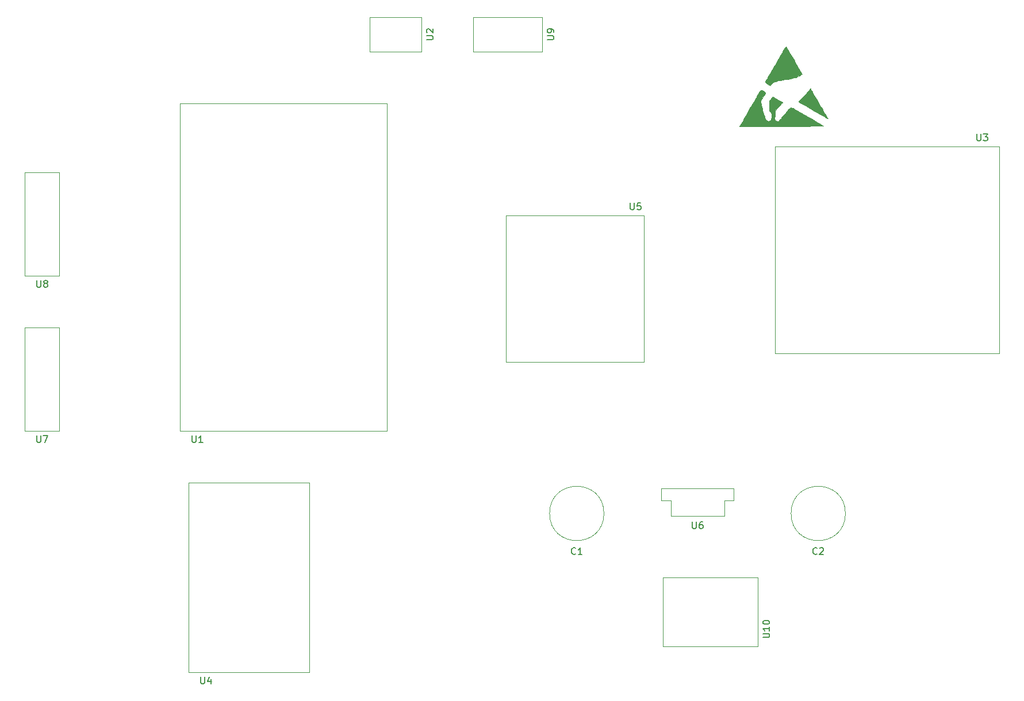
<source format=gbr>
%TF.GenerationSoftware,KiCad,Pcbnew,(5.1.6)-1*%
%TF.CreationDate,2020-07-01T11:51:41-05:00*%
%TF.ProjectId,Covid,436f7669-642e-46b6-9963-61645f706362,rev?*%
%TF.SameCoordinates,Original*%
%TF.FileFunction,Legend,Top*%
%TF.FilePolarity,Positive*%
%FSLAX46Y46*%
G04 Gerber Fmt 4.6, Leading zero omitted, Abs format (unit mm)*
G04 Created by KiCad (PCBNEW (5.1.6)-1) date 2020-07-01 11:51:41*
%MOMM*%
%LPD*%
G01*
G04 APERTURE LIST*
%ADD10C,0.120000*%
%ADD11C,0.010000*%
%ADD12C,0.150000*%
G04 APERTURE END LIST*
D10*
%TO.C,U3*%
X148590000Y-62230000D02*
X148590000Y-87630000D01*
X148590000Y-87630000D02*
X148590000Y-92710000D01*
X148590000Y-92710000D02*
X181610000Y-92710000D01*
X181610000Y-92710000D02*
X181610000Y-62230000D01*
X181610000Y-62230000D02*
X148590000Y-62230000D01*
D11*
%TO.C,REF\u002A\u002A*%
G36*
X150188085Y-47511671D02*
G01*
X150234129Y-47586491D01*
X150305067Y-47705028D01*
X150397991Y-47862237D01*
X150509992Y-48053076D01*
X150638162Y-48272501D01*
X150779592Y-48515469D01*
X150931373Y-48776937D01*
X151090597Y-49051860D01*
X151254356Y-49335197D01*
X151419740Y-49621902D01*
X151583842Y-49906934D01*
X151743752Y-50185248D01*
X151896562Y-50451802D01*
X152039363Y-50701552D01*
X152169247Y-50929455D01*
X152283305Y-51130466D01*
X152378629Y-51299544D01*
X152452310Y-51431645D01*
X152501439Y-51521724D01*
X152523108Y-51564740D01*
X152523902Y-51567429D01*
X152497002Y-51603930D01*
X152422227Y-51659764D01*
X152308470Y-51729450D01*
X152164623Y-51807509D01*
X152014029Y-51881687D01*
X151809119Y-51971635D01*
X151593633Y-52052453D01*
X151360146Y-52125938D01*
X151101236Y-52193884D01*
X150809479Y-52258088D01*
X150477451Y-52320346D01*
X150097731Y-52382454D01*
X149704937Y-52440290D01*
X149363668Y-52491600D01*
X149077090Y-52542397D01*
X148838015Y-52595204D01*
X148639259Y-52652546D01*
X148473635Y-52716947D01*
X148333956Y-52790931D01*
X148213036Y-52877024D01*
X148103689Y-52977750D01*
X148068428Y-53015167D01*
X147992000Y-53102279D01*
X147935463Y-53173364D01*
X147909235Y-53215167D01*
X147908536Y-53218594D01*
X147899360Y-53239612D01*
X147867515Y-53239849D01*
X147806531Y-53216509D01*
X147709935Y-53166793D01*
X147571254Y-53087905D01*
X147474878Y-53031175D01*
X147331166Y-52942494D01*
X147219483Y-52866559D01*
X147147334Y-52808832D01*
X147122226Y-52774776D01*
X147122241Y-52774529D01*
X147137811Y-52742075D01*
X147181783Y-52660800D01*
X147251605Y-52535134D01*
X147344725Y-52369505D01*
X147458589Y-52168344D01*
X147590646Y-51936080D01*
X147738343Y-51677143D01*
X147899128Y-51395961D01*
X148070448Y-51096965D01*
X148249751Y-50784584D01*
X148434485Y-50463248D01*
X148622098Y-50137386D01*
X148810036Y-49811427D01*
X148995747Y-49489801D01*
X149176680Y-49176937D01*
X149350281Y-48877266D01*
X149513999Y-48595216D01*
X149665281Y-48335218D01*
X149801574Y-48101699D01*
X149920326Y-47899091D01*
X150018985Y-47731823D01*
X150094999Y-47604324D01*
X150145814Y-47521023D01*
X150168879Y-47486350D01*
X150169845Y-47485610D01*
X150188085Y-47511671D01*
G37*
X150188085Y-47511671D02*
X150234129Y-47586491D01*
X150305067Y-47705028D01*
X150397991Y-47862237D01*
X150509992Y-48053076D01*
X150638162Y-48272501D01*
X150779592Y-48515469D01*
X150931373Y-48776937D01*
X151090597Y-49051860D01*
X151254356Y-49335197D01*
X151419740Y-49621902D01*
X151583842Y-49906934D01*
X151743752Y-50185248D01*
X151896562Y-50451802D01*
X152039363Y-50701552D01*
X152169247Y-50929455D01*
X152283305Y-51130466D01*
X152378629Y-51299544D01*
X152452310Y-51431645D01*
X152501439Y-51521724D01*
X152523108Y-51564740D01*
X152523902Y-51567429D01*
X152497002Y-51603930D01*
X152422227Y-51659764D01*
X152308470Y-51729450D01*
X152164623Y-51807509D01*
X152014029Y-51881687D01*
X151809119Y-51971635D01*
X151593633Y-52052453D01*
X151360146Y-52125938D01*
X151101236Y-52193884D01*
X150809479Y-52258088D01*
X150477451Y-52320346D01*
X150097731Y-52382454D01*
X149704937Y-52440290D01*
X149363668Y-52491600D01*
X149077090Y-52542397D01*
X148838015Y-52595204D01*
X148639259Y-52652546D01*
X148473635Y-52716947D01*
X148333956Y-52790931D01*
X148213036Y-52877024D01*
X148103689Y-52977750D01*
X148068428Y-53015167D01*
X147992000Y-53102279D01*
X147935463Y-53173364D01*
X147909235Y-53215167D01*
X147908536Y-53218594D01*
X147899360Y-53239612D01*
X147867515Y-53239849D01*
X147806531Y-53216509D01*
X147709935Y-53166793D01*
X147571254Y-53087905D01*
X147474878Y-53031175D01*
X147331166Y-52942494D01*
X147219483Y-52866559D01*
X147147334Y-52808832D01*
X147122226Y-52774776D01*
X147122241Y-52774529D01*
X147137811Y-52742075D01*
X147181783Y-52660800D01*
X147251605Y-52535134D01*
X147344725Y-52369505D01*
X147458589Y-52168344D01*
X147590646Y-51936080D01*
X147738343Y-51677143D01*
X147899128Y-51395961D01*
X148070448Y-51096965D01*
X148249751Y-50784584D01*
X148434485Y-50463248D01*
X148622098Y-50137386D01*
X148810036Y-49811427D01*
X148995747Y-49489801D01*
X149176680Y-49176937D01*
X149350281Y-48877266D01*
X149513999Y-48595216D01*
X149665281Y-48335218D01*
X149801574Y-48101699D01*
X149920326Y-47899091D01*
X150018985Y-47731823D01*
X150094999Y-47604324D01*
X150145814Y-47521023D01*
X150168879Y-47486350D01*
X150169845Y-47485610D01*
X150188085Y-47511671D01*
G36*
X153835056Y-53809238D02*
G01*
X153857816Y-53847386D01*
X153908975Y-53934843D01*
X153986004Y-54067238D01*
X154086372Y-54240204D01*
X154207549Y-54449370D01*
X154347006Y-54690367D01*
X154502213Y-54958824D01*
X154670640Y-55250374D01*
X154849757Y-55560646D01*
X155033995Y-55880000D01*
X155222152Y-56206235D01*
X155402803Y-56519418D01*
X155573330Y-56815012D01*
X155731114Y-57088480D01*
X155873538Y-57335284D01*
X155997981Y-57550889D01*
X156101826Y-57730755D01*
X156182455Y-57870347D01*
X156237248Y-57965128D01*
X156263013Y-58009573D01*
X156305014Y-58084661D01*
X156327850Y-58131663D01*
X156329102Y-58139841D01*
X156301272Y-58124484D01*
X156223881Y-58080407D01*
X156100973Y-58009942D01*
X155936595Y-57915422D01*
X155734792Y-57799178D01*
X155499609Y-57663542D01*
X155235091Y-57510848D01*
X154945284Y-57343428D01*
X154634233Y-57163613D01*
X154305984Y-56973735D01*
X154181097Y-56901464D01*
X153846974Y-56708167D01*
X153528147Y-56523877D01*
X153228709Y-56350950D01*
X152952752Y-56191743D01*
X152704370Y-56048610D01*
X152487653Y-55923910D01*
X152306696Y-55819996D01*
X152165591Y-55739227D01*
X152068430Y-55683957D01*
X152019307Y-55656544D01*
X152014170Y-55653948D01*
X152029138Y-55630441D01*
X152081227Y-55567591D01*
X152165117Y-55471188D01*
X152275492Y-55347020D01*
X152407034Y-55200879D01*
X152554424Y-55038553D01*
X152712345Y-54865832D01*
X152875479Y-54688506D01*
X153038508Y-54512365D01*
X153196114Y-54343198D01*
X153342979Y-54186795D01*
X153473786Y-54048945D01*
X153583216Y-53935439D01*
X153665953Y-53852065D01*
X153694328Y-53824726D01*
X153788359Y-53736403D01*
X153835056Y-53809238D01*
G37*
X153835056Y-53809238D02*
X153857816Y-53847386D01*
X153908975Y-53934843D01*
X153986004Y-54067238D01*
X154086372Y-54240204D01*
X154207549Y-54449370D01*
X154347006Y-54690367D01*
X154502213Y-54958824D01*
X154670640Y-55250374D01*
X154849757Y-55560646D01*
X155033995Y-55880000D01*
X155222152Y-56206235D01*
X155402803Y-56519418D01*
X155573330Y-56815012D01*
X155731114Y-57088480D01*
X155873538Y-57335284D01*
X155997981Y-57550889D01*
X156101826Y-57730755D01*
X156182455Y-57870347D01*
X156237248Y-57965128D01*
X156263013Y-58009573D01*
X156305014Y-58084661D01*
X156327850Y-58131663D01*
X156329102Y-58139841D01*
X156301272Y-58124484D01*
X156223881Y-58080407D01*
X156100973Y-58009942D01*
X155936595Y-57915422D01*
X155734792Y-57799178D01*
X155499609Y-57663542D01*
X155235091Y-57510848D01*
X154945284Y-57343428D01*
X154634233Y-57163613D01*
X154305984Y-56973735D01*
X154181097Y-56901464D01*
X153846974Y-56708167D01*
X153528147Y-56523877D01*
X153228709Y-56350950D01*
X152952752Y-56191743D01*
X152704370Y-56048610D01*
X152487653Y-55923910D01*
X152306696Y-55819996D01*
X152165591Y-55739227D01*
X152068430Y-55683957D01*
X152019307Y-55656544D01*
X152014170Y-55653948D01*
X152029138Y-55630441D01*
X152081227Y-55567591D01*
X152165117Y-55471188D01*
X152275492Y-55347020D01*
X152407034Y-55200879D01*
X152554424Y-55038553D01*
X152712345Y-54865832D01*
X152875479Y-54688506D01*
X153038508Y-54512365D01*
X153196114Y-54343198D01*
X153342979Y-54186795D01*
X153473786Y-54048945D01*
X153583216Y-53935439D01*
X153665953Y-53852065D01*
X153694328Y-53824726D01*
X153788359Y-53736403D01*
X153835056Y-53809238D01*
G36*
X146504187Y-53922317D02*
G01*
X146569237Y-53947473D01*
X146668385Y-53997425D01*
X146810747Y-54075752D01*
X146821832Y-54081977D01*
X146952947Y-54156952D01*
X147063596Y-54222638D01*
X147142910Y-54272410D01*
X147180023Y-54299641D01*
X147181061Y-54300974D01*
X147172096Y-54338780D01*
X147130971Y-54423210D01*
X147060366Y-54549665D01*
X146962960Y-54713544D01*
X146841435Y-54910245D01*
X146698471Y-55135170D01*
X146662890Y-55190331D01*
X146570186Y-55343398D01*
X146502683Y-55475112D01*
X146466305Y-55573565D01*
X146462572Y-55593014D01*
X146464229Y-55678624D01*
X146482788Y-55814418D01*
X146515936Y-55991687D01*
X146561360Y-56201719D01*
X146616746Y-56435804D01*
X146679780Y-56685232D01*
X146748150Y-56941290D01*
X146819542Y-57195269D01*
X146891641Y-57438457D01*
X146962136Y-57662145D01*
X147028712Y-57857621D01*
X147089055Y-58016174D01*
X147131121Y-58110244D01*
X147180673Y-58210451D01*
X147227460Y-58306337D01*
X147229993Y-58311586D01*
X147307397Y-58408440D01*
X147420368Y-58473656D01*
X147551878Y-58504909D01*
X147684901Y-58499875D01*
X147802410Y-58456228D01*
X147868516Y-58398764D01*
X147963718Y-58241166D01*
X148033478Y-58044756D01*
X148071753Y-57829559D01*
X148077176Y-57707561D01*
X148055339Y-57479870D01*
X147991247Y-57291320D01*
X147881451Y-57132759D01*
X147847213Y-57097467D01*
X147745322Y-56998470D01*
X147731328Y-55598978D01*
X147909635Y-55329062D01*
X147993307Y-55206891D01*
X148073889Y-55096987D01*
X148139885Y-55014673D01*
X148168252Y-54984384D01*
X148248562Y-54909621D01*
X148357330Y-54968196D01*
X148426077Y-55010168D01*
X148463692Y-55042756D01*
X148466097Y-55048615D01*
X148491806Y-55073456D01*
X148535792Y-55091954D01*
X148578299Y-55108626D01*
X148643387Y-55140299D01*
X148736644Y-55190066D01*
X148863658Y-55261018D01*
X149030016Y-55356247D01*
X149241305Y-55478844D01*
X149356124Y-55545864D01*
X149491187Y-55626143D01*
X149579770Y-55683319D01*
X149629710Y-55724078D01*
X149648846Y-55755107D01*
X149645016Y-55783092D01*
X149641822Y-55789593D01*
X149610752Y-55830533D01*
X149544271Y-55907330D01*
X149450124Y-56011393D01*
X149336056Y-56134132D01*
X149237400Y-56238180D01*
X149010059Y-56485134D01*
X148832210Y-56699183D01*
X148702267Y-56882480D01*
X148618642Y-57037176D01*
X148590434Y-57115732D01*
X148578783Y-57184498D01*
X148566749Y-57301799D01*
X148555391Y-57454234D01*
X148545767Y-57628404D01*
X148541238Y-57738537D01*
X148534918Y-57928929D01*
X148532137Y-58068124D01*
X148533715Y-58166819D01*
X148540469Y-58235708D01*
X148553216Y-58285487D01*
X148572773Y-58326850D01*
X148588134Y-58352106D01*
X148676842Y-58449453D01*
X148791147Y-58517291D01*
X148911416Y-58546876D01*
X149001545Y-58536172D01*
X149083152Y-58489861D01*
X149185447Y-58406924D01*
X149294083Y-58301825D01*
X149394713Y-58189032D01*
X149472988Y-58083010D01*
X149501809Y-58031778D01*
X149544982Y-57961628D01*
X149623505Y-57854778D01*
X149730203Y-57719578D01*
X149857903Y-57564381D01*
X149999429Y-57397536D01*
X150147607Y-57227396D01*
X150295263Y-57062311D01*
X150435222Y-56910633D01*
X150560310Y-56780713D01*
X150658520Y-56685339D01*
X150767557Y-56590065D01*
X150859284Y-56519817D01*
X150923621Y-56481898D01*
X150944978Y-56477729D01*
X150977706Y-56494548D01*
X151059341Y-56539692D01*
X151185172Y-56610449D01*
X151350488Y-56704109D01*
X151550578Y-56817962D01*
X151780732Y-56949298D01*
X152036238Y-57095406D01*
X152312387Y-57253576D01*
X152604467Y-57421097D01*
X152907768Y-57595259D01*
X153217579Y-57773352D01*
X153529189Y-57952665D01*
X153837888Y-58130487D01*
X154138964Y-58304109D01*
X154427708Y-58470819D01*
X154699408Y-58627908D01*
X154949354Y-58772666D01*
X155172834Y-58902380D01*
X155365139Y-59014342D01*
X155521557Y-59105841D01*
X155637378Y-59174167D01*
X155707891Y-59216608D01*
X155728329Y-59229927D01*
X155700803Y-59232560D01*
X155614208Y-59235118D01*
X155471428Y-59237592D01*
X155275346Y-59239966D01*
X155028844Y-59242231D01*
X154734806Y-59244373D01*
X154396114Y-59246379D01*
X154015652Y-59248238D01*
X153596301Y-59249937D01*
X153140946Y-59251464D01*
X152652469Y-59252807D01*
X152133753Y-59253952D01*
X151587681Y-59254889D01*
X151017136Y-59255604D01*
X150425000Y-59256085D01*
X149814157Y-59256319D01*
X149557848Y-59256342D01*
X143357939Y-59256342D01*
X143800106Y-58489695D01*
X143893711Y-58327360D01*
X144014204Y-58118332D01*
X144157556Y-57869603D01*
X144319738Y-57588164D01*
X144496723Y-57281007D01*
X144684480Y-56955125D01*
X144878982Y-56617509D01*
X145076200Y-56275151D01*
X145272105Y-55935043D01*
X145321649Y-55849025D01*
X145502304Y-55535715D01*
X145674578Y-55237606D01*
X145835884Y-54959136D01*
X145983632Y-54704743D01*
X146115233Y-54478864D01*
X146228099Y-54285937D01*
X146319641Y-54130401D01*
X146387270Y-54016692D01*
X146428396Y-53949250D01*
X146439905Y-53932080D01*
X146464115Y-53918379D01*
X146504187Y-53922317D01*
G37*
X146504187Y-53922317D02*
X146569237Y-53947473D01*
X146668385Y-53997425D01*
X146810747Y-54075752D01*
X146821832Y-54081977D01*
X146952947Y-54156952D01*
X147063596Y-54222638D01*
X147142910Y-54272410D01*
X147180023Y-54299641D01*
X147181061Y-54300974D01*
X147172096Y-54338780D01*
X147130971Y-54423210D01*
X147060366Y-54549665D01*
X146962960Y-54713544D01*
X146841435Y-54910245D01*
X146698471Y-55135170D01*
X146662890Y-55190331D01*
X146570186Y-55343398D01*
X146502683Y-55475112D01*
X146466305Y-55573565D01*
X146462572Y-55593014D01*
X146464229Y-55678624D01*
X146482788Y-55814418D01*
X146515936Y-55991687D01*
X146561360Y-56201719D01*
X146616746Y-56435804D01*
X146679780Y-56685232D01*
X146748150Y-56941290D01*
X146819542Y-57195269D01*
X146891641Y-57438457D01*
X146962136Y-57662145D01*
X147028712Y-57857621D01*
X147089055Y-58016174D01*
X147131121Y-58110244D01*
X147180673Y-58210451D01*
X147227460Y-58306337D01*
X147229993Y-58311586D01*
X147307397Y-58408440D01*
X147420368Y-58473656D01*
X147551878Y-58504909D01*
X147684901Y-58499875D01*
X147802410Y-58456228D01*
X147868516Y-58398764D01*
X147963718Y-58241166D01*
X148033478Y-58044756D01*
X148071753Y-57829559D01*
X148077176Y-57707561D01*
X148055339Y-57479870D01*
X147991247Y-57291320D01*
X147881451Y-57132759D01*
X147847213Y-57097467D01*
X147745322Y-56998470D01*
X147731328Y-55598978D01*
X147909635Y-55329062D01*
X147993307Y-55206891D01*
X148073889Y-55096987D01*
X148139885Y-55014673D01*
X148168252Y-54984384D01*
X148248562Y-54909621D01*
X148357330Y-54968196D01*
X148426077Y-55010168D01*
X148463692Y-55042756D01*
X148466097Y-55048615D01*
X148491806Y-55073456D01*
X148535792Y-55091954D01*
X148578299Y-55108626D01*
X148643387Y-55140299D01*
X148736644Y-55190066D01*
X148863658Y-55261018D01*
X149030016Y-55356247D01*
X149241305Y-55478844D01*
X149356124Y-55545864D01*
X149491187Y-55626143D01*
X149579770Y-55683319D01*
X149629710Y-55724078D01*
X149648846Y-55755107D01*
X149645016Y-55783092D01*
X149641822Y-55789593D01*
X149610752Y-55830533D01*
X149544271Y-55907330D01*
X149450124Y-56011393D01*
X149336056Y-56134132D01*
X149237400Y-56238180D01*
X149010059Y-56485134D01*
X148832210Y-56699183D01*
X148702267Y-56882480D01*
X148618642Y-57037176D01*
X148590434Y-57115732D01*
X148578783Y-57184498D01*
X148566749Y-57301799D01*
X148555391Y-57454234D01*
X148545767Y-57628404D01*
X148541238Y-57738537D01*
X148534918Y-57928929D01*
X148532137Y-58068124D01*
X148533715Y-58166819D01*
X148540469Y-58235708D01*
X148553216Y-58285487D01*
X148572773Y-58326850D01*
X148588134Y-58352106D01*
X148676842Y-58449453D01*
X148791147Y-58517291D01*
X148911416Y-58546876D01*
X149001545Y-58536172D01*
X149083152Y-58489861D01*
X149185447Y-58406924D01*
X149294083Y-58301825D01*
X149394713Y-58189032D01*
X149472988Y-58083010D01*
X149501809Y-58031778D01*
X149544982Y-57961628D01*
X149623505Y-57854778D01*
X149730203Y-57719578D01*
X149857903Y-57564381D01*
X149999429Y-57397536D01*
X150147607Y-57227396D01*
X150295263Y-57062311D01*
X150435222Y-56910633D01*
X150560310Y-56780713D01*
X150658520Y-56685339D01*
X150767557Y-56590065D01*
X150859284Y-56519817D01*
X150923621Y-56481898D01*
X150944978Y-56477729D01*
X150977706Y-56494548D01*
X151059341Y-56539692D01*
X151185172Y-56610449D01*
X151350488Y-56704109D01*
X151550578Y-56817962D01*
X151780732Y-56949298D01*
X152036238Y-57095406D01*
X152312387Y-57253576D01*
X152604467Y-57421097D01*
X152907768Y-57595259D01*
X153217579Y-57773352D01*
X153529189Y-57952665D01*
X153837888Y-58130487D01*
X154138964Y-58304109D01*
X154427708Y-58470819D01*
X154699408Y-58627908D01*
X154949354Y-58772666D01*
X155172834Y-58902380D01*
X155365139Y-59014342D01*
X155521557Y-59105841D01*
X155637378Y-59174167D01*
X155707891Y-59216608D01*
X155728329Y-59229927D01*
X155700803Y-59232560D01*
X155614208Y-59235118D01*
X155471428Y-59237592D01*
X155275346Y-59239966D01*
X155028844Y-59242231D01*
X154734806Y-59244373D01*
X154396114Y-59246379D01*
X154015652Y-59248238D01*
X153596301Y-59249937D01*
X153140946Y-59251464D01*
X152652469Y-59252807D01*
X152133753Y-59253952D01*
X151587681Y-59254889D01*
X151017136Y-59255604D01*
X150425000Y-59256085D01*
X149814157Y-59256319D01*
X149557848Y-59256342D01*
X143357939Y-59256342D01*
X143800106Y-58489695D01*
X143893711Y-58327360D01*
X144014204Y-58118332D01*
X144157556Y-57869603D01*
X144319738Y-57588164D01*
X144496723Y-57281007D01*
X144684480Y-56955125D01*
X144878982Y-56617509D01*
X145076200Y-56275151D01*
X145272105Y-55935043D01*
X145321649Y-55849025D01*
X145502304Y-55535715D01*
X145674578Y-55237606D01*
X145835884Y-54959136D01*
X145983632Y-54704743D01*
X146115233Y-54478864D01*
X146228099Y-54285937D01*
X146319641Y-54130401D01*
X146387270Y-54016692D01*
X146428396Y-53949250D01*
X146439905Y-53932080D01*
X146464115Y-53918379D01*
X146504187Y-53922317D01*
D10*
%TO.C,U1*%
X60960000Y-55880000D02*
X91440000Y-55880000D01*
X91440000Y-55880000D02*
X91440000Y-104140000D01*
X91440000Y-104140000D02*
X60960000Y-104140000D01*
X60960000Y-104140000D02*
X60960000Y-55880000D01*
%TO.C,U2*%
X90170000Y-48260000D02*
X96520000Y-48260000D01*
X96520000Y-48260000D02*
X96520000Y-43180000D01*
X96520000Y-43180000D02*
X88900000Y-43180000D01*
X88900000Y-43180000D02*
X88900000Y-48260000D01*
X88900000Y-48260000D02*
X90170000Y-48260000D01*
%TO.C,U4*%
X62230000Y-111760000D02*
X80010000Y-111760000D01*
X80010000Y-111760000D02*
X80010000Y-139700000D01*
X80010000Y-139700000D02*
X62230000Y-139700000D01*
X62230000Y-139700000D02*
X62230000Y-111760000D01*
%TO.C,U5*%
X129300001Y-93980000D02*
X129300001Y-72390000D01*
X129300001Y-72390000D02*
X108980001Y-72390000D01*
X108980001Y-72390000D02*
X108980001Y-93980000D01*
X108980001Y-93980000D02*
X129300001Y-93980000D01*
%TO.C,U6*%
X131830000Y-112650000D02*
X131830000Y-114430000D01*
X142500000Y-112650000D02*
X131830000Y-112650000D01*
X142500000Y-114420000D02*
X142500000Y-112650000D01*
X142500000Y-114430000D02*
X141100000Y-114430000D01*
X141100000Y-114430000D02*
X141100000Y-116670000D01*
X141100000Y-116670000D02*
X133220000Y-116670000D01*
X133220000Y-116670000D02*
X133220000Y-114430000D01*
X133220000Y-114430000D02*
X131830000Y-114430000D01*
%TO.C,U7*%
X38100000Y-90170000D02*
X38100000Y-104140000D01*
X38100000Y-104140000D02*
X43180000Y-104140000D01*
X43180000Y-104140000D02*
X43180000Y-88900000D01*
X43180000Y-88900000D02*
X38100000Y-88900000D01*
X38100000Y-88900000D02*
X38100000Y-90170000D01*
%TO.C,U8*%
X38100000Y-66040000D02*
X38100000Y-67310000D01*
X43180000Y-66040000D02*
X38100000Y-66040000D01*
X43180000Y-81280000D02*
X43180000Y-66040000D01*
X38100000Y-81280000D02*
X43180000Y-81280000D01*
X38100000Y-67310000D02*
X38100000Y-81280000D01*
%TO.C,U9*%
X104140000Y-48260000D02*
X104140000Y-43180000D01*
X104140000Y-43180000D02*
X114300000Y-43180000D01*
X114300000Y-43180000D02*
X114300000Y-48260000D01*
X114300000Y-48260000D02*
X104140000Y-48260000D01*
%TO.C,U10*%
X132080000Y-135890000D02*
X132080000Y-125730000D01*
X132080000Y-125730000D02*
X146050000Y-125730000D01*
X146050000Y-125730000D02*
X146050000Y-135890000D01*
X146050000Y-135890000D02*
X132080000Y-135890000D01*
%TO.C,C1*%
X123381250Y-116320000D02*
G75*
G03*
X123381250Y-116320000I-4001250J0D01*
G01*
%TO.C,C2*%
X158941250Y-116320000D02*
G75*
G03*
X158941250Y-116320000I-4001250J0D01*
G01*
%TO.C,U3*%
D12*
X178308095Y-60412380D02*
X178308095Y-61221904D01*
X178355714Y-61317142D01*
X178403333Y-61364761D01*
X178498571Y-61412380D01*
X178689047Y-61412380D01*
X178784285Y-61364761D01*
X178831904Y-61317142D01*
X178879523Y-61221904D01*
X178879523Y-60412380D01*
X179260476Y-60412380D02*
X179879523Y-60412380D01*
X179546190Y-60793333D01*
X179689047Y-60793333D01*
X179784285Y-60840952D01*
X179831904Y-60888571D01*
X179879523Y-60983809D01*
X179879523Y-61221904D01*
X179831904Y-61317142D01*
X179784285Y-61364761D01*
X179689047Y-61412380D01*
X179403333Y-61412380D01*
X179308095Y-61364761D01*
X179260476Y-61317142D01*
%TO.C,U1*%
X62738095Y-104862380D02*
X62738095Y-105671904D01*
X62785714Y-105767142D01*
X62833333Y-105814761D01*
X62928571Y-105862380D01*
X63119047Y-105862380D01*
X63214285Y-105814761D01*
X63261904Y-105767142D01*
X63309523Y-105671904D01*
X63309523Y-104862380D01*
X64309523Y-105862380D02*
X63738095Y-105862380D01*
X64023809Y-105862380D02*
X64023809Y-104862380D01*
X63928571Y-105005238D01*
X63833333Y-105100476D01*
X63738095Y-105148095D01*
%TO.C,U2*%
X97242380Y-46481904D02*
X98051904Y-46481904D01*
X98147142Y-46434285D01*
X98194761Y-46386666D01*
X98242380Y-46291428D01*
X98242380Y-46100952D01*
X98194761Y-46005714D01*
X98147142Y-45958095D01*
X98051904Y-45910476D01*
X97242380Y-45910476D01*
X97337619Y-45481904D02*
X97290000Y-45434285D01*
X97242380Y-45339047D01*
X97242380Y-45100952D01*
X97290000Y-45005714D01*
X97337619Y-44958095D01*
X97432857Y-44910476D01*
X97528095Y-44910476D01*
X97670952Y-44958095D01*
X98242380Y-45529523D01*
X98242380Y-44910476D01*
%TO.C,U4*%
X64008095Y-140422380D02*
X64008095Y-141231904D01*
X64055714Y-141327142D01*
X64103333Y-141374761D01*
X64198571Y-141422380D01*
X64389047Y-141422380D01*
X64484285Y-141374761D01*
X64531904Y-141327142D01*
X64579523Y-141231904D01*
X64579523Y-140422380D01*
X65484285Y-140755714D02*
X65484285Y-141422380D01*
X65246190Y-140374761D02*
X65008095Y-141089047D01*
X65627142Y-141089047D01*
%TO.C,U5*%
X127268096Y-70572380D02*
X127268096Y-71381904D01*
X127315715Y-71477142D01*
X127363334Y-71524761D01*
X127458572Y-71572380D01*
X127649048Y-71572380D01*
X127744286Y-71524761D01*
X127791905Y-71477142D01*
X127839524Y-71381904D01*
X127839524Y-70572380D01*
X128791905Y-70572380D02*
X128315715Y-70572380D01*
X128268096Y-71048571D01*
X128315715Y-71000952D01*
X128410953Y-70953333D01*
X128649048Y-70953333D01*
X128744286Y-71000952D01*
X128791905Y-71048571D01*
X128839524Y-71143809D01*
X128839524Y-71381904D01*
X128791905Y-71477142D01*
X128744286Y-71524761D01*
X128649048Y-71572380D01*
X128410953Y-71572380D01*
X128315715Y-71524761D01*
X128268096Y-71477142D01*
%TO.C,U6*%
X136398095Y-117562380D02*
X136398095Y-118371904D01*
X136445714Y-118467142D01*
X136493333Y-118514761D01*
X136588571Y-118562380D01*
X136779047Y-118562380D01*
X136874285Y-118514761D01*
X136921904Y-118467142D01*
X136969523Y-118371904D01*
X136969523Y-117562380D01*
X137874285Y-117562380D02*
X137683809Y-117562380D01*
X137588571Y-117610000D01*
X137540952Y-117657619D01*
X137445714Y-117800476D01*
X137398095Y-117990952D01*
X137398095Y-118371904D01*
X137445714Y-118467142D01*
X137493333Y-118514761D01*
X137588571Y-118562380D01*
X137779047Y-118562380D01*
X137874285Y-118514761D01*
X137921904Y-118467142D01*
X137969523Y-118371904D01*
X137969523Y-118133809D01*
X137921904Y-118038571D01*
X137874285Y-117990952D01*
X137779047Y-117943333D01*
X137588571Y-117943333D01*
X137493333Y-117990952D01*
X137445714Y-118038571D01*
X137398095Y-118133809D01*
%TO.C,U7*%
X39878095Y-104862380D02*
X39878095Y-105671904D01*
X39925714Y-105767142D01*
X39973333Y-105814761D01*
X40068571Y-105862380D01*
X40259047Y-105862380D01*
X40354285Y-105814761D01*
X40401904Y-105767142D01*
X40449523Y-105671904D01*
X40449523Y-104862380D01*
X40830476Y-104862380D02*
X41497142Y-104862380D01*
X41068571Y-105862380D01*
%TO.C,U8*%
X39878095Y-82002380D02*
X39878095Y-82811904D01*
X39925714Y-82907142D01*
X39973333Y-82954761D01*
X40068571Y-83002380D01*
X40259047Y-83002380D01*
X40354285Y-82954761D01*
X40401904Y-82907142D01*
X40449523Y-82811904D01*
X40449523Y-82002380D01*
X41068571Y-82430952D02*
X40973333Y-82383333D01*
X40925714Y-82335714D01*
X40878095Y-82240476D01*
X40878095Y-82192857D01*
X40925714Y-82097619D01*
X40973333Y-82050000D01*
X41068571Y-82002380D01*
X41259047Y-82002380D01*
X41354285Y-82050000D01*
X41401904Y-82097619D01*
X41449523Y-82192857D01*
X41449523Y-82240476D01*
X41401904Y-82335714D01*
X41354285Y-82383333D01*
X41259047Y-82430952D01*
X41068571Y-82430952D01*
X40973333Y-82478571D01*
X40925714Y-82526190D01*
X40878095Y-82621428D01*
X40878095Y-82811904D01*
X40925714Y-82907142D01*
X40973333Y-82954761D01*
X41068571Y-83002380D01*
X41259047Y-83002380D01*
X41354285Y-82954761D01*
X41401904Y-82907142D01*
X41449523Y-82811904D01*
X41449523Y-82621428D01*
X41401904Y-82526190D01*
X41354285Y-82478571D01*
X41259047Y-82430952D01*
%TO.C,U9*%
X115022380Y-46481904D02*
X115831904Y-46481904D01*
X115927142Y-46434285D01*
X115974761Y-46386666D01*
X116022380Y-46291428D01*
X116022380Y-46100952D01*
X115974761Y-46005714D01*
X115927142Y-45958095D01*
X115831904Y-45910476D01*
X115022380Y-45910476D01*
X116022380Y-45386666D02*
X116022380Y-45196190D01*
X115974761Y-45100952D01*
X115927142Y-45053333D01*
X115784285Y-44958095D01*
X115593809Y-44910476D01*
X115212857Y-44910476D01*
X115117619Y-44958095D01*
X115070000Y-45005714D01*
X115022380Y-45100952D01*
X115022380Y-45291428D01*
X115070000Y-45386666D01*
X115117619Y-45434285D01*
X115212857Y-45481904D01*
X115450952Y-45481904D01*
X115546190Y-45434285D01*
X115593809Y-45386666D01*
X115641428Y-45291428D01*
X115641428Y-45100952D01*
X115593809Y-45005714D01*
X115546190Y-44958095D01*
X115450952Y-44910476D01*
%TO.C,U10*%
X146772380Y-134588095D02*
X147581904Y-134588095D01*
X147677142Y-134540476D01*
X147724761Y-134492857D01*
X147772380Y-134397619D01*
X147772380Y-134207142D01*
X147724761Y-134111904D01*
X147677142Y-134064285D01*
X147581904Y-134016666D01*
X146772380Y-134016666D01*
X147772380Y-133016666D02*
X147772380Y-133588095D01*
X147772380Y-133302380D02*
X146772380Y-133302380D01*
X146915238Y-133397619D01*
X147010476Y-133492857D01*
X147058095Y-133588095D01*
X146772380Y-132397619D02*
X146772380Y-132302380D01*
X146820000Y-132207142D01*
X146867619Y-132159523D01*
X146962857Y-132111904D01*
X147153333Y-132064285D01*
X147391428Y-132064285D01*
X147581904Y-132111904D01*
X147677142Y-132159523D01*
X147724761Y-132207142D01*
X147772380Y-132302380D01*
X147772380Y-132397619D01*
X147724761Y-132492857D01*
X147677142Y-132540476D01*
X147581904Y-132588095D01*
X147391428Y-132635714D01*
X147153333Y-132635714D01*
X146962857Y-132588095D01*
X146867619Y-132540476D01*
X146820000Y-132492857D01*
X146772380Y-132397619D01*
%TO.C,C1*%
X119213333Y-122277142D02*
X119165714Y-122324761D01*
X119022857Y-122372380D01*
X118927619Y-122372380D01*
X118784761Y-122324761D01*
X118689523Y-122229523D01*
X118641904Y-122134285D01*
X118594285Y-121943809D01*
X118594285Y-121800952D01*
X118641904Y-121610476D01*
X118689523Y-121515238D01*
X118784761Y-121420000D01*
X118927619Y-121372380D01*
X119022857Y-121372380D01*
X119165714Y-121420000D01*
X119213333Y-121467619D01*
X120165714Y-122372380D02*
X119594285Y-122372380D01*
X119880000Y-122372380D02*
X119880000Y-121372380D01*
X119784761Y-121515238D01*
X119689523Y-121610476D01*
X119594285Y-121658095D01*
%TO.C,C2*%
X154773333Y-122277142D02*
X154725714Y-122324761D01*
X154582857Y-122372380D01*
X154487619Y-122372380D01*
X154344761Y-122324761D01*
X154249523Y-122229523D01*
X154201904Y-122134285D01*
X154154285Y-121943809D01*
X154154285Y-121800952D01*
X154201904Y-121610476D01*
X154249523Y-121515238D01*
X154344761Y-121420000D01*
X154487619Y-121372380D01*
X154582857Y-121372380D01*
X154725714Y-121420000D01*
X154773333Y-121467619D01*
X155154285Y-121467619D02*
X155201904Y-121420000D01*
X155297142Y-121372380D01*
X155535238Y-121372380D01*
X155630476Y-121420000D01*
X155678095Y-121467619D01*
X155725714Y-121562857D01*
X155725714Y-121658095D01*
X155678095Y-121800952D01*
X155106666Y-122372380D01*
X155725714Y-122372380D01*
%TD*%
M02*

</source>
